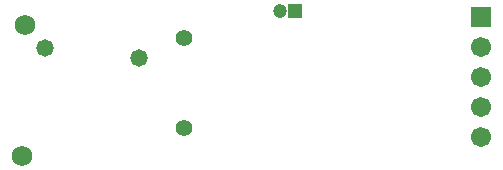
<source format=gbs>
G04*
G04 #@! TF.GenerationSoftware,Altium Limited,Altium Designer,20.2.7 (254)*
G04*
G04 Layer_Color=16711935*
%FSLAX23Y23*%
%MOIN*%
G70*
G04*
G04 #@! TF.SameCoordinates,66DE7B0B-367C-45AC-96F2-8558094BDFBB*
G04*
G04*
G04 #@! TF.FilePolarity,Negative*
G04*
G01*
G75*
%ADD18C,0.068*%
%ADD19R,0.047X0.047*%
%ADD20C,0.047*%
%ADD21C,0.067*%
%ADD22R,0.067X0.067*%
%ADD23C,0.055*%
%ADD24C,0.058*%
D18*
X5304Y1113D02*
D03*
X5315Y1550D02*
D03*
D19*
X6215Y1595D02*
D03*
D20*
X6165D02*
D03*
D21*
X6835Y1175D02*
D03*
Y1275D02*
D03*
Y1375D02*
D03*
Y1475D02*
D03*
D22*
Y1575D02*
D03*
D23*
X5845Y1505D02*
D03*
Y1205D02*
D03*
D24*
X5695Y1440D02*
D03*
X5380Y1471D02*
D03*
M02*

</source>
